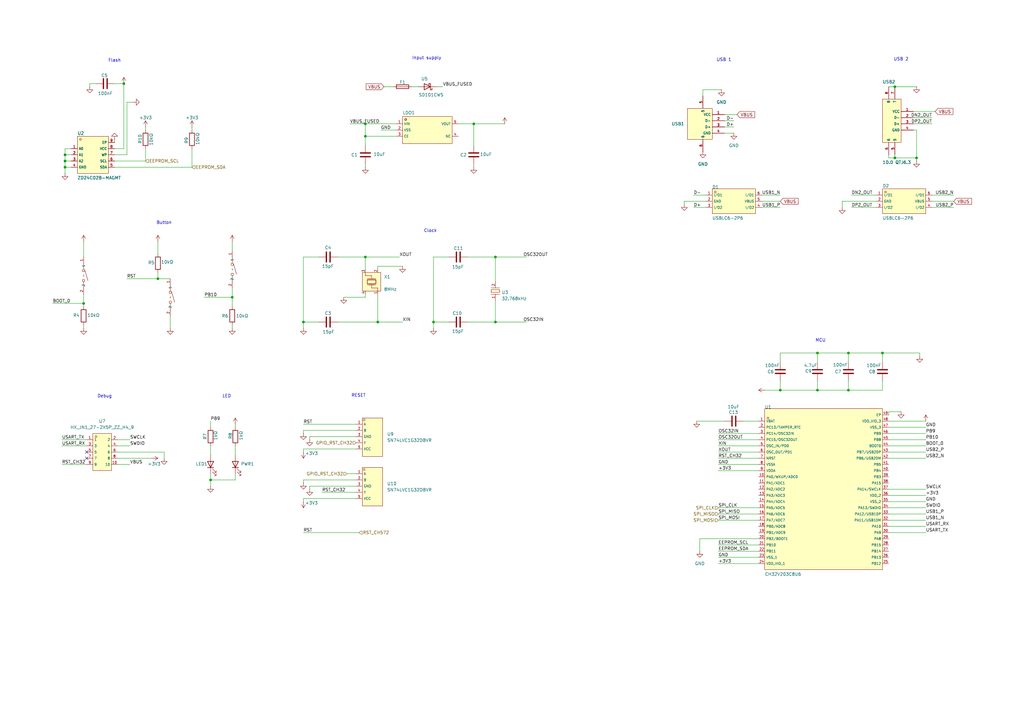
<source format=kicad_sch>
(kicad_sch (version 20250114) (generator "eeschema") (generator_version "9.0")
  (paper "A3")
  (text "RESET" (at 147.066 162.306 0) (effects (font (size 1.27 1.27))))
  (text "Debug" (at 42.926 162.56 0) (effects (font (size 1.27 1.27))))
  (text "Clock" (at 176.53 94.742 0) (effects (font (size 1.27 1.27))))
  (text "Button" (at 67.31 91.44 0) (effects (font (size 1.27 1.27))))
  (text "Flash" (at 46.99 24.892 0) (effects (font (size 1.27 1.27))))
  (text "Input supply" (at 175.006 23.876 0) (effects (font (size 1.27 1.27))))
  (text "USB 1" (at 296.926 24.638 0) (effects (font (size 1.27 1.27))))
  (text "USB 2" (at 369.57 24.384 0) (effects (font (size 1.27 1.27))))
  (text "LED" (at 92.964 162.56 0) (effects (font (size 1.27 1.27))))
  (text "MCU" (at 336.55 139.7 0) (effects (font (size 1.27 1.27))))
  (junction (at 367.03 64.77))
  (junction (at 149.86 105.41))
  (junction (at 154.94 132.08))
  (junction (at 320.04 160.02))
  (junction (at 335.28 144.78))
  (junction (at 177.8 132.08))
  (junction (at 347.98 144.78))
  (junction (at 149.86 50.8))
  (junction (at 375.92 64.77))
  (junction (at 335.28 160.02))
  (junction (at 124.46 132.08))
  (junction (at 194.31 50.8))
  (junction (at 26.67 63.5))
  (junction (at 203.2 132.08))
  (junction (at 149.86 55.88))
  (junction (at 26.67 68.58))
  (junction (at 95.25 121.92))
  (junction (at 26.67 66.04))
  (junction (at 367.03 35.56))
  (junction (at 361.95 144.78))
  (junction (at 64.77 114.3))
  (junction (at 50.8 34.29))
  (junction (at 86.36 196.85))
  (junction (at 203.2 105.41))
  (junction (at 347.98 160.02))
  (junction (at 34.29 124.46))
  (no_connect (at 35.56 185.42))
  (no_connect (at 35.56 187.96))
  (wire (pts (xy 364.49 172.72) (xy 379.73 172.72)))
  (wire (pts (xy 297.18 54.61) (xy 300.99 54.61)))
  (wire (pts (xy 149.86 105.41) (xy 163.83 105.41)))
  (wire (pts (xy 64.77 114.3) (xy 52.07 114.3)))
  (wire (pts (xy 311.15 180.34) (xy 294.64 180.34)))
  (wire (pts (xy 294.64 210.82) (xy 311.15 210.82)))
  (wire (pts (xy 320.04 85.09) (xy 312.42 85.09)))
  (wire (pts (xy 35.56 190.5) (xy 25.4 190.5)))
  (wire (pts (xy 78.74 52.07) (xy 78.74 53.34)))
  (wire (pts (xy 124.46 132.08) (xy 124.46 134.62)))
  (wire (pts (xy 52.07 41.91) (xy 52.07 63.5)))
  (wire (pts (xy 320.04 156.21) (xy 320.04 160.02)))
  (wire (pts (xy 375.92 64.77) (xy 367.03 64.77)))
  (wire (pts (xy 364.49 205.74) (xy 379.73 205.74)))
  (wire (pts (xy 69.85 129.54) (xy 69.85 134.62)))
  (wire (pts (xy 146.05 196.85) (xy 124.46 196.85)))
  (wire (pts (xy 361.95 156.21) (xy 361.95 160.02)))
  (wire (pts (xy 287.02 220.98) (xy 287.02 226.06)))
  (wire (pts (xy 64.77 111.76) (xy 64.77 114.3)))
  (wire (pts (xy 29.21 66.04) (xy 26.67 66.04)))
  (wire (pts (xy 361.95 144.78) (xy 361.95 148.59)))
  (wire (pts (xy 29.21 68.58) (xy 26.67 68.58)))
  (wire (pts (xy 64.77 99.06) (xy 64.77 104.14)))
  (wire (pts (xy 184.15 105.41) (xy 177.8 105.41)))
  (wire (pts (xy 53.34 180.34) (xy 48.26 180.34)))
  (wire (pts (xy 86.36 196.85) (xy 96.52 196.85)))
  (wire (pts (xy 124.46 105.41) (xy 124.46 132.08)))
  (wire (pts (xy 179.07 35.56) (xy 181.61 35.56)))
  (wire (pts (xy 345.44 82.55) (xy 359.41 82.55)))
  (wire (pts (xy 149.86 120.65) (xy 149.86 121.92)))
  (wire (pts (xy 297.18 46.99) (xy 302.26 46.99)))
  (wire (pts (xy 203.2 132.08) (xy 203.2 123.19)))
  (wire (pts (xy 86.36 182.88) (xy 86.36 186.69)))
  (wire (pts (xy 361.95 160.02) (xy 347.98 160.02)))
  (wire (pts (xy 285.75 172.72) (xy 297.18 172.72)))
  (wire (pts (xy 149.86 55.88) (xy 149.86 59.69)))
  (wire (pts (xy 62.23 187.96) (xy 48.26 187.96)))
  (wire (pts (xy 124.46 218.44) (xy 147.32 218.44)))
  (wire (pts (xy 297.18 49.53) (xy 300.99 49.53)))
  (wire (pts (xy 207.01 50.8) (xy 194.31 50.8)))
  (wire (pts (xy 95.25 134.62) (xy 95.25 133.35)))
  (wire (pts (xy 311.15 231.14) (xy 294.64 231.14)))
  (wire (pts (xy 345.44 85.09) (xy 345.44 82.55)))
  (wire (pts (xy 162.56 50.8) (xy 149.86 50.8)))
  (wire (pts (xy 364.49 213.36) (xy 379.73 213.36)))
  (wire (pts (xy 347.98 144.78) (xy 335.28 144.78)))
  (wire (pts (xy 320.04 82.55) (xy 312.42 82.55)))
  (wire (pts (xy 359.41 85.09) (xy 349.25 85.09)))
  (wire (pts (xy 311.15 177.8) (xy 294.64 177.8)))
  (wire (pts (xy 127 180.34) (xy 127 179.07)))
  (wire (pts (xy 36.83 34.29) (xy 39.37 34.29)))
  (wire (pts (xy 288.29 39.37) (xy 288.29 36.83)))
  (wire (pts (xy 34.29 99.06) (xy 34.29 105.41)))
  (wire (pts (xy 124.46 196.85) (xy 124.46 198.12)))
  (wire (pts (xy 375.92 53.34) (xy 375.92 64.77)))
  (wire (pts (xy 86.36 194.31) (xy 86.36 196.85)))
  (wire (pts (xy 149.86 105.41) (xy 138.43 105.41)))
  (wire (pts (xy 124.46 185.42) (xy 124.46 184.15)))
  (wire (pts (xy 203.2 132.08) (xy 215.9 132.08)))
  (wire (pts (xy 361.95 144.78) (xy 377.19 144.78)))
  (wire (pts (xy 124.46 184.15) (xy 146.05 184.15)))
  (wire (pts (xy 26.67 63.5) (xy 26.67 60.96)))
  (wire (pts (xy 69.85 114.3) (xy 64.77 114.3)))
  (wire (pts (xy 34.29 124.46) (xy 34.29 120.65)))
  (wire (pts (xy 157.48 35.56) (xy 161.29 35.56)))
  (wire (pts (xy 367.03 64.77) (xy 364.49 64.77)))
  (wire (pts (xy 294.64 213.36) (xy 311.15 213.36)))
  (wire (pts (xy 154.94 132.08) (xy 138.43 132.08)))
  (wire (pts (xy 382.27 50.8) (xy 374.65 50.8)))
  (wire (pts (xy 26.67 68.58) (xy 26.67 66.04)))
  (wire (pts (xy 311.15 220.98) (xy 287.02 220.98)))
  (wire (pts (xy 46.99 60.96) (xy 50.8 60.96)))
  (wire (pts (xy 149.86 67.31) (xy 149.86 68.58)))
  (wire (pts (xy 48.26 185.42) (xy 67.31 185.42)))
  (wire (pts (xy 96.52 194.31) (xy 96.52 196.85)))
  (wire (pts (xy 284.48 80.01) (xy 289.56 80.01)))
  (wire (pts (xy 320.04 80.01) (xy 312.42 80.01)))
  (wire (pts (xy 59.69 66.04) (xy 46.99 66.04)))
  (wire (pts (xy 379.73 200.66) (xy 364.49 200.66)))
  (wire (pts (xy 124.46 173.99) (xy 146.05 173.99)))
  (wire (pts (xy 46.99 34.29) (xy 50.8 34.29)))
  (wire (pts (xy 124.46 132.08) (xy 130.81 132.08)))
  (wire (pts (xy 149.86 55.88) (xy 149.86 50.8)))
  (wire (pts (xy 280.67 83.82) (xy 280.67 82.55)))
  (wire (pts (xy 124.46 176.53) (xy 146.05 176.53)))
  (wire (pts (xy 311.15 223.52) (xy 294.64 223.52)))
  (wire (pts (xy 203.2 105.41) (xy 215.9 105.41)))
  (wire (pts (xy 52.07 63.5) (xy 46.99 63.5)))
  (wire (pts (xy 347.98 160.02) (xy 335.28 160.02)))
  (wire (pts (xy 130.81 105.41) (xy 124.46 105.41)))
  (wire (pts (xy 177.8 132.08) (xy 177.8 134.62)))
  (wire (pts (xy 364.49 203.2) (xy 379.73 203.2)))
  (wire (pts (xy 382.27 80.01) (xy 391.16 80.01)))
  (wire (pts (xy 162.56 53.34) (xy 156.21 53.34)))
  (wire (pts (xy 382.27 82.55) (xy 391.16 82.55)))
  (wire (pts (xy 26.67 68.58) (xy 26.67 71.12)))
  (wire (pts (xy 203.2 105.41) (xy 191.77 105.41)))
  (wire (pts (xy 364.49 185.42) (xy 379.73 185.42)))
  (wire (pts (xy 184.15 132.08) (xy 177.8 132.08)))
  (wire (pts (xy 26.67 63.5) (xy 29.21 63.5)))
  (wire (pts (xy 187.96 50.8) (xy 194.31 50.8)))
  (wire (pts (xy 168.91 35.56) (xy 171.45 35.56)))
  (wire (pts (xy 382.27 85.09) (xy 391.16 85.09)))
  (wire (pts (xy 48.26 182.88) (xy 53.34 182.88)))
  (wire (pts (xy 383.54 45.72) (xy 374.65 45.72)))
  (wire (pts (xy 34.29 124.46) (xy 34.29 125.73)))
  (wire (pts (xy 95.25 102.87) (xy 95.25 99.06)))
  (wire (pts (xy 96.52 173.99) (xy 96.52 175.26)))
  (wire (pts (xy 311.15 187.96) (xy 294.64 187.96)))
  (wire (pts (xy 127 199.39) (xy 146.05 199.39)))
  (wire (pts (xy 165.1 109.22) (xy 154.94 109.22)))
  (wire (pts (xy 95.25 118.11) (xy 95.25 121.92)))
  (wire (pts (xy 177.8 105.41) (xy 177.8 132.08)))
  (wire (pts (xy 379.73 208.28) (xy 364.49 208.28)))
  (wire (pts (xy 154.94 132.08) (xy 165.1 132.08)))
  (wire (pts (xy 364.49 187.96) (xy 379.73 187.96)))
  (wire (pts (xy 367.03 35.56) (xy 375.92 35.56)))
  (wire (pts (xy 297.18 52.07) (xy 300.99 52.07)))
  (wire (pts (xy 34.29 124.46) (xy 21.59 124.46)))
  (wire (pts (xy 86.36 199.39) (xy 86.36 196.85)))
  (wire (pts (xy 203.2 105.41) (xy 203.2 115.57)))
  (wire (pts (xy 78.74 60.96) (xy 78.74 68.58)))
  (wire (pts (xy 311.15 193.04) (xy 294.64 193.04)))
  (wire (pts (xy 364.49 218.44) (xy 379.73 218.44)))
  (wire (pts (xy 35.56 180.34) (xy 25.4 180.34)))
  (wire (pts (xy 367.03 35.56) (xy 364.49 35.56)))
  (wire (pts (xy 194.31 50.8) (xy 194.31 59.69)))
  (wire (pts (xy 26.67 60.96) (xy 29.21 60.96)))
  (wire (pts (xy 364.49 64.77) (xy 364.49 63.5)))
  (wire (pts (xy 124.46 204.47) (xy 146.05 204.47)))
  (wire (pts (xy 124.46 205.74) (xy 124.46 204.47)))
  (wire (pts (xy 59.69 52.07) (xy 59.69 53.34)))
  (wire (pts (xy 194.31 67.31) (xy 194.31 68.58)))
  (wire (pts (xy 86.36 172.72) (xy 86.36 175.26)))
  (wire (pts (xy 364.49 215.9) (xy 379.73 215.9)))
  (wire (pts (xy 54.61 41.91) (xy 52.07 41.91)))
  (wire (pts (xy 95.25 121.92) (xy 95.25 125.73)))
  (wire (pts (xy 311.15 190.5) (xy 294.64 190.5)))
  (wire (pts (xy 335.28 156.21) (xy 335.28 160.02)))
  (wire (pts (xy 46.99 68.58) (xy 78.74 68.58)))
  (wire (pts (xy 95.25 121.92) (xy 83.82 121.92)))
  (wire (pts (xy 149.86 121.92) (xy 140.97 121.92)))
  (wire (pts (xy 46.99 58.42) (xy 46.99 57.15)))
  (wire (pts (xy 361.95 144.78) (xy 347.98 144.78)))
  (wire (pts (xy 294.64 208.28) (xy 311.15 208.28)))
  (wire (pts (xy 162.56 55.88) (xy 149.86 55.88)))
  (wire (pts (xy 294.64 182.88) (xy 311.15 182.88)))
  (wire (pts (xy 304.8 172.72) (xy 311.15 172.72)))
  (wire (pts (xy 364.49 175.26) (xy 379.73 175.26)))
  (wire (pts (xy 347.98 144.78) (xy 347.98 148.59)))
  (wire (pts (xy 364.49 177.8) (xy 379.73 177.8)))
  (wire (pts (xy 375.92 66.04) (xy 375.92 64.77)))
  (wire (pts (xy 48.26 190.5) (xy 53.34 190.5)))
  (wire (pts (xy 149.86 105.41) (xy 149.86 110.49)))
  (wire (pts (xy 36.83 34.29) (xy 36.83 35.56)))
  (wire (pts (xy 284.48 85.09) (xy 289.56 85.09)))
  (wire (pts (xy 364.49 180.34) (xy 379.73 180.34)))
  (wire (pts (xy 280.67 82.55) (xy 289.56 82.55)))
  (wire (pts (xy 320.04 160.02) (xy 335.28 160.02)))
  (wire (pts (xy 335.28 148.59) (xy 335.28 144.78)))
  (wire (pts (xy 132.08 201.93) (xy 146.05 201.93)))
  (wire (pts (xy 367.03 63.5) (xy 367.03 64.77)))
  (wire (pts (xy 127 179.07) (xy 146.05 179.07)))
  (wire (pts (xy 34.29 133.35) (xy 34.29 134.62)))
  (wire (pts (xy 96.52 182.88) (xy 96.52 186.69)))
  (wire (pts (xy 35.56 182.88) (xy 25.4 182.88)))
  (wire (pts (xy 364.49 168.91) (xy 364.49 170.18)))
  (wire (pts (xy 382.27 48.26) (xy 374.65 48.26)))
  (wire (pts (xy 379.73 182.88) (xy 364.49 182.88)))
  (wire (pts (xy 67.31 185.42) (xy 67.31 187.96)))
  (wire (pts (xy 320.04 144.78) (xy 320.04 148.59)))
  (wire (pts (xy 154.94 109.22) (xy 154.94 110.49)))
  (wire (pts (xy 347.98 156.21) (xy 347.98 160.02)))
  (wire (pts (xy 311.15 226.06) (xy 294.64 226.06)))
  (wire (pts (xy 149.86 50.8) (xy 143.51 50.8)))
  (wire (pts (xy 369.57 168.91) (xy 364.49 168.91)))
  (wire (pts (xy 26.67 66.04) (xy 26.67 63.5)))
  (wire (pts (xy 364.49 210.82) (xy 379.73 210.82)))
  (wire (pts (xy 377.19 144.78) (xy 377.19 146.05)))
  (wire (pts (xy 288.29 36.83) (xy 295.91 36.83)))
  (wire (pts (xy 311.15 228.6) (xy 294.64 228.6)))
  (wire (pts (xy 320.04 160.02) (xy 313.69 160.02)))
  (wire (pts (xy 294.64 185.42) (xy 311.15 185.42)))
  (wire (pts (xy 142.24 194.31) (xy 146.05 194.31)))
  (wire (pts (xy 320.04 144.78) (xy 335.28 144.78)))
  (wire (pts (xy 50.8 60.96) (xy 50.8 34.29)))
  (wire (pts (xy 374.65 53.34) (xy 375.92 53.34)))
  (wire (pts (xy 59.69 60.96) (xy 59.69 66.04)))
  (wire (pts (xy 124.46 176.53) (xy 124.46 177.8)))
  (wire (pts (xy 359.41 80.01) (xy 349.25 80.01)))
  (wire (pts (xy 127 200.66) (xy 127 199.39)))
  (wire (pts (xy 191.77 132.08) (xy 203.2 132.08)))
  (wire (pts (xy 154.94 120.65) (xy 154.94 132.08)))
  (label "DP2_OUT" (at 349.25 85.09 0))
  (label "DN2_OUT" (at 382.27 48.26 180))
  (label "BOOT_0" (at 379.73 182.88 0))
  (label "USB1_N" (at 320.04 80.01 180))
  (label "VBUS_FUSED" (at 181.61 35.56 0))
  (label "D-" (at 284.48 80.01 0))
  (label "SWDIO" (at 53.34 182.88 0))
  (label "USB2_N" (at 391.16 80.01 180))
  (label "XIN" (at 165.1 132.08 0))
  (label "USB1_P" (at 320.04 85.09 180))
  (label "USART_RX" (at 25.4 182.88 0))
  (label "+3V3" (at 294.64 193.04 0))
  (label "EEPROM_SDA" (at 294.64 226.06 0))
  (label "GND" (at 156.21 53.34 0))
  (label "OSC32IN" (at 294.64 177.8 0))
  (label "XIN" (at 294.64 182.88 0))
  (label "D-" (at 300.99 49.53 180))
  (label "XOUT" (at 163.83 105.41 0))
  (label "OSC32OUT" (at 294.64 180.34 0))
  (label "+3V3" (at 294.64 231.14 0))
  (label "USB1_N" (at 379.73 213.36 0))
  (label "RST_CH32" (at 132.08 201.93 0))
  (label "USB2_N" (at 379.73 187.96 0))
  (label "VBUS_FUSED" (at 143.51 50.8 0))
  (label "RST_CH32" (at 294.64 187.96 0))
  (label "SWDIO" (at 379.73 208.28 0))
  (label "RST" (at 124.46 173.99 0))
  (label "GND" (at 379.73 175.26 0))
  (label "USART_TX" (at 379.73 218.44 0))
  (label "XOUT" (at 294.64 185.42 0))
  (label "GND" (at 294.64 228.6 0))
  (label "GND" (at 379.73 205.74 0))
  (label "SPI_MISO" (at 294.64 210.82 0))
  (label "DP2_OUT" (at 382.27 50.8 180))
  (label "PB10" (at 83.82 121.92 0))
  (label "USART_TX" (at 25.4 180.34 0))
  (label "SPI_CLK" (at 294.64 208.28 0))
  (label "SWCLK" (at 53.34 180.34 0))
  (label "PB9" (at 86.36 172.72 0))
  (label "USB1_P" (at 379.73 210.82 0))
  (label "SWCLK" (at 379.73 200.66 0))
  (label "RST_CH32" (at 25.4 190.5 0))
  (label "BOOT_0" (at 21.59 124.46 0))
  (label "USB2_P" (at 379.73 185.42 0))
  (label "RST" (at 52.07 114.3 0))
  (label "USART_RX" (at 379.73 215.9 0))
  (label "EEPROM_SCL" (at 294.64 223.52 0))
  (label "RST" (at 124.46 218.44 0))
  (label "USB2_P" (at 391.16 85.09 180))
  (label "+3V3" (at 379.73 203.2 0))
  (label "OSC32IN" (at 214.63 132.08 0))
  (label "SPI_MOSI" (at 294.64 213.36 0))
  (label "OSC32OUT" (at 214.63 105.41 0))
  (label "DN2_OUT" (at 349.25 80.01 0))
  (label "VBUS" (at 53.34 190.5 0))
  (label "PB10" (at 379.73 180.34 0))
  (label "D+" (at 300.99 52.07 180))
  (label "PB9" (at 379.73 177.8 0))
  (label "GND" (at 294.64 190.5 0))
  (label "D+" (at 284.48 85.09 0))
  (global_label "VBUS" (shape input) (at 320.04 82.55 0) (property "Intersheetrefs" "${INTERSHEET_REFS}" (at 327.9238 82.55 0) (effects (justify left))))
  (global_label "VBUS" (shape input) (at 391.16 82.55 0) (property "Intersheetrefs" "${INTERSHEET_REFS}" (at 399.0438 82.55 0) (effects (justify left))))
  (global_label "VBUS" (shape input) (at 383.54 45.72 0) (property "Intersheetrefs" "${INTERSHEET_REFS}" (at 391.4238 45.72 0) (effects (justify left))))
  (global_label "VBUS" (shape input) (at 157.48 35.56 180) (property "Intersheetrefs" "${INTERSHEET_REFS}" (at 149.5962 35.56 0) (effects (justify right))))
  (global_label "VBUS" (shape input) (at 302.26 46.99 0) (property "Intersheetrefs" "${INTERSHEET_REFS}" (at 310.1438 46.99 0) (effects (justify left))))
  (hierarchical_label "SPI_MISO" (shape input) (at 294.64 210.82 180))
  (hierarchical_label "EEPROM_SDA" (shape input) (at 78.74 68.58 0))
  (hierarchical_label "GPIO_RST_CH32" (shape input) (at 146.05 181.61 180))
  (hierarchical_label "SPI_CLK" (shape input) (at 294.64 208.28 180))
  (hierarchical_label "EEPROM_SCL" (shape input) (at 59.69 66.04 0))
  (hierarchical_label "RST_CH572" (shape input) (at 147.32 218.44 0))
  (hierarchical_label "SPI_MOSI" (shape input) (at 294.64 213.36 180))
  (hierarchical_label "GPIO_RST_CH32" (shape input) (at 142.24 194.31 180))
  (symbol (lib_id "usb_sp:CH32V203C8U6") (at 337.82 200.66 0) (unit 1)
    (property "Reference" "U1" (at 313.69 167.64 0) (effects (justify left bottom)))
    (property "Value" "CH32V203C8U6" (at 313.69 236.22 0) (effects (justify left bottom)))
    (property "Footprint" "usb_sp_fp:TQFN-48_L7.0-W7.0-P0.50-BL-EP5.5" (effects (hide yes)))
    (property "Datasheet" "https://atta.szlcsc.com/upload/public/pdf/source/20210605/5E8540DA0FC676659F8EF463E0E7ACAA.pdf" (effects (hide yes)))
    (property "Manufacturer Part" "CH32V203C8U6" (effects (hide yes)))
    (property "Manufacturer" "WCH(南京沁恒)" (effects (hide yes)))
    (property "Supplier Part" "C6407762" (effects (hide yes)))
    (property "Supplier" "LCSC" (effects (hide yes)))
    (property "LCSC Part Name" "CH32V203C8U6" (effects (hide yes)))
    (property "Check" "true" (effects (hide yes)))
    (property "LCSC" "C6407762" (effects (hide yes)))
  )
  (symbol (lib_id "usb_sp:SN74LVC1G32DBVR") (at 151.13 179.07 0) (unit 1)
    (property "Reference" "U9" (at 158.75 178.0539 0) (effects (justify left)))
    (property "Value" "SN74LVC1G32DBVR" (at 158.75 180.5939 0) (effects (justify left)))
    (property "Footprint" "usb_sp_fp:SOT-23-5_L3.0-W1.7-P0.95-LS2.8-BR" (effects (hide yes)))
    (property "Datasheet" "https://item.szlcsc.com/236104.html" (effects (hide yes)))
    (property "LCSC" "C10096" (effects (hide yes)))
  )
  (symbol (lib_id "Device:R") (at 78.74 57.15 0) (unit 1)
    (property "Reference" "R9" (at 77.216 58.928 90) (effects (justify left bottom)))
    (property "Value" "10kΩ" (at 81.788 59.436 90) (effects (justify left bottom)))
    (property "Footprint" "Resistor_SMD:R_0603_1608Metric" (effects (hide yes)))
    (property "Description" "Resistor" (effects (hide yes)))
    (property "Manufacturer Part" "RC0603JR-0710KL" (effects (hide yes)))
    (property "Manufacturer" "YAGEO(国巨)" (effects (hide yes)))
    (property "Supplier Part" "C99198" (effects (hide yes)))
    (property "Supplier" "LCSC" (effects (hide yes)))
    (property "LCSC Part Name" "厚膜电阻 10kΩ ±5% 100mW" (effects (hide yes)))
  )
  (symbol (lib_id "Device:R") (at 96.52 179.07 180) (unit 1)
    (property "Reference" "R8" (at 95.25 180.086 90) (effects (justify right top)))
    (property "Value" "1kΩ" (at 99.568 180.594 90) (effects (justify right top)))
    (property "Footprint" "Resistor_SMD:R_0402_1005Metric" (effects (hide yes)))
    (property "Description" "Resistor" (effects (hide yes)))
    (property "Manufacturer Part" "0402WGF1001TCE" (effects (hide yes)))
    (property "Manufacturer" "UNI-ROYAL(厚声)" (effects (hide yes)))
    (property "Supplier Part" "C11702" (effects (hide yes)))
    (property "Supplier" "LCSC" (effects (hide yes)))
    (property "LCSC Part Name" "1kΩ ±1% 62.5mW 厚膜电阻" (effects (hide yes)))
  )
  (symbol (lib_id "usb_sp:TS-1088-AR02016") (at 34.29 113.03 270) (unit 1)
    (property "Reference" "BOOT_0" (effects (hide yes)))
    (property "Value" "~" (at 34.29 113.03 0))
    (property "Footprint" "usb_sp_fp:SW-SMD_L3.9-W3.0-P4.45" (effects (hide yes)))
    (property "Datasheet" "https://item.szlcsc.com/457636.html" (effects (hide yes)))
    (property "Description" "Circuit:SPST Actuator Style:Round Button Operating Force:160gf Mounting Style:Brick nogging Switch Length:4mm Switch Width:3mm Switch Height:2mm Strike Gundam:不带 Contact Current:50mA Voltage Rating (DC):12V Insulation Resistance:100MΩ Actuator/Cap Color:B" (effects (hide yes)))
    (property "Manufacturer Part" "TS-1088-AR02016" (effects (hide yes)))
    (property "Manufacturer" "XUNPU(讯普)" (effects (hide yes)))
    (property "Supplier Part" "C720477" (effects (hide yes)))
    (property "Supplier" "LCSC" (effects (hide yes)))
    (property "LCSC Part Name" "4*3*2mm 立贴 轻触开关" (effects (hide yes)))
    (property "LCSC" "C720477" (effects (hide yes)))
  )
  (symbol (lib_id "power:GND") (at 165.1 109.22 0) (unit 1)
    (property "Reference" "#PWR023" (effects (hide yes)))
    (property "Value" "GND" (effects (hide yes)))
    (property "Footprint" "USB Spoofe-easyedapro:" (effects (hide yes)))
    (property "Description" "Power symbol creates a global label with name \"GND\" , ground" (effects (hide yes)))
  )
  (symbol (lib_id "usb_sp:TS-1088-AR02016") (at 95.25 110.49 270) (unit 1)
    (property "Reference" "USER1" (effects (hide yes)))
    (property "Value" "~" (at 95.25 110.49 0))
    (property "Footprint" "usb_sp_fp:SW-SMD_L3.9-W3.0-P4.45" (effects (hide yes)))
    (property "Datasheet" "https://item.szlcsc.com/457636.html" (effects (hide yes)))
    (property "Description" "Circuit:SPST Actuator Style:Round Button Operating Force:160gf Mounting Style:Brick nogging Switch Length:4mm Switch Width:3mm Switch Height:2mm Strike Gundam:不带 Contact Current:50mA Voltage Rating (DC):12V Insulation Resistance:100MΩ Actuator/Cap Color:B" (effects (hide yes)))
    (property "Manufacturer Part" "TS-1088-AR02016" (effects (hide yes)))
    (property "Manufacturer" "XUNPU(讯普)" (effects (hide yes)))
    (property "Supplier Part" "C720477" (effects (hide yes)))
    (property "Supplier" "LCSC" (effects (hide yes)))
    (property "LCSC Part Name" "4*3*2mm 立贴 轻触开关" (effects (hide yes)))
    (property "LCSC" "C720477" (effects (hide yes)))
  )
  (symbol (lib_id "power:+3V3") (at 124.46 205.74 180) (unit 1)
    (property "Reference" "#PWR044" (effects (hide yes)))
    (property "Value" "+3V3" (at 127.762 206.248 0))
    (property "Description" "Power symbol creates a global label with name \"+3V3\"" (effects (hide yes)))
  )
  (symbol (lib_id "power:GND") (at 86.36 199.39 0) (unit 1)
    (property "Reference" "#PWR013" (effects (hide yes)))
    (property "Value" "GND" (effects (hide yes)))
    (property "Footprint" "USB Spoofe-easyedapro:" (effects (hide yes)))
    (property "Description" "Power symbol creates a global label with name \"GND\" , ground" (effects (hide yes)))
  )
  (symbol (lib_id "power:GND") (at 124.46 177.8 0) (unit 1)
    (property "Reference" "#PWR046" (effects (hide yes)))
    (property "Value" "GND" (effects (hide yes)))
    (property "Footprint" "USB Spoofe-easyedapro:" (effects (hide yes)))
    (property "Description" "Power symbol creates a global label with name \"GND\" , ground" (effects (hide yes)))
  )
  (symbol (lib_id "Device:C") (at 134.62 105.41 270) (unit 1)
    (property "Reference" "C4" (at 135.89 100.838 90) (effects (justify right top)))
    (property "Value" "15pF" (at 136.906 108.458 90) (effects (justify right top)))
    (property "Footprint" "Capacitor_SMD:C_0402_1005Metric" (effects (hide yes)))
    (property "Description" "Unpolarized capacitor" (effects (hide yes)))
    (property "Manufacturer Part" "0402CG150J500NT" (effects (hide yes)))
    (property "Manufacturer" "FH(风华)" (effects (hide yes)))
    (property "Supplier Part" "C1548" (effects (hide yes)))
    (property "Supplier" "LCSC" (effects (hide yes)))
    (property "LCSC Part Name" "15pF ±5% 50V" (effects (hide yes)))
  )
  (symbol (lib_id "power:+3V3") (at 59.69 52.07 0) (unit 1)
    (property "Reference" "#PWR08" (effects (hide yes)))
    (property "Value" "+3V3" (at 59.69 48.26 0))
    (property "Footprint" "USB Spoofe-easyedapro:" (effects (hide yes)))
    (property "Description" "Power symbol creates a global label with name \"+3V3\"" (effects (hide yes)))
  )
  (symbol (lib_id "power:GND") (at 54.61 41.91 90) (unit 1)
    (property "Reference" "#PWR07" (effects (hide yes)))
    (property "Value" "GND" (effects (hide yes)))
    (property "Footprint" "USB Spoofe-easyedapro:" (effects (hide yes)))
    (property "Description" "Power symbol creates a global label with name \"GND\" , ground" (effects (hide yes)))
  )
  (symbol (lib_id "power:+3V3") (at 78.74 52.07 0) (unit 1)
    (property "Reference" "#PWR012" (effects (hide yes)))
    (property "Value" "+3V3" (at 78.74 48.26 0))
    (property "Footprint" "USB Spoofe-easyedapro:" (effects (hide yes)))
    (property "Description" "Power symbol creates a global label with name \"+3V3\"" (effects (hide yes)))
  )
  (symbol (lib_id "power:+3V3") (at 62.23 187.96 270) (unit 1)
    (property "Reference" "#PWR041" (effects (hide yes)))
    (property "Value" "+3V3" (at 63.246 190.246 90))
    (property "Description" "Power symbol creates a global label with name \"+3V3\"" (effects (hide yes)))
  )
  (symbol (lib_id "power:+3V3") (at 379.73 172.72 0) (unit 1)
    (property "Reference" "#PWR0129" (effects (hide yes)))
    (property "Value" "+3V3" (effects (hide yes)))
    (property "Footprint" "USB Spoofe-easyedapro:" (effects (hide yes)))
    (property "Description" "Power symbol creates a global label with name \"+3V3\"" (effects (hide yes)))
  )
  (symbol (lib_id "power:GND") (at 127 200.66 0) (unit 1)
    (property "Reference" "#PWR045" (effects (hide yes)))
    (property "Value" "GND" (effects (hide yes)))
    (property "Footprint" "USB Spoofe-easyedapro:" (effects (hide yes)))
    (property "Description" "Power symbol creates a global label with name \"GND\" , ground" (effects (hide yes)))
  )
  (symbol (lib_id "power:GND") (at 300.99 54.61 0) (unit 1)
    (property "Reference" "#PWR029" (effects (hide yes)))
    (property "Value" "GND" (at 300.99 59.69 0))
    (property "Description" "Power symbol creates a global label with name \"GND\" , ground" (effects (hide yes)))
  )
  (symbol (lib_id "power:+3V3") (at 96.52 173.99 0) (unit 1)
    (property "Reference" "#PWR016" (effects (hide yes)))
    (property "Value" "+3V3" (effects (hide yes)))
    (property "Footprint" "USB Spoofe-easyedapro:" (effects (hide yes)))
    (property "Description" "Power symbol creates a global label with name \"+3V3\"" (effects (hide yes)))
  )
  (symbol (lib_id "usb_sp:USBLC6-2P6_C2827693") (at 370.84 82.55 0) (unit 1)
    (property "Reference" "D2" (at 361.95 76.962 0) (effects (justify left bottom)))
    (property "Value" "USBLC6-2P6" (at 361.95 90.17 0) (effects (justify left bottom)))
    (property "Footprint" "usb_sp_fp:SOT-666-6_L1.6-W1.2-P0.50-LS1.6-BL" (effects (hide yes)))
    (property "Datasheet" "https://item.szlcsc.com/161500.html" (effects (hide yes)))
    (property "Description" "polarity:Unidirectional Reverse Stand-Off Voltage (Vrwm):5V Maximum Clamping Voltage:14V Peak Pulse Current (Ipp):5.5A Peak Pulse Power Dissipation (Ppp):80W Breakdown Voltage:6V Reverse Leakage Current (Ir):80nA Number of Lines:Dual channel Operating Tem" (effects (hide yes)))
    (property "Manufacturer Part" "USBLC6-2P6" (effects (hide yes)))
    (property "Manufacturer" "TECH PUBLIC(台舟)" (effects (hide yes)))
    (property "Supplier Part" "C2827693" (effects (hide yes)))
    (property "Supplier" "LCSC" (effects (hide yes)))
    (property "LCSC Part Name" "MSL=3" (effects (hide yes)))
    (property "LCSC" "C2827693" (effects (hide yes)))
  )
  (symbol (lib_id "Device:R") (at 86.36 179.07 180) (unit 1)
    (property "Reference" "R7" (at 84.836 180.34 90) (effects (justify right top)))
    (property "Value" "1kΩ" (at 89.154 180.594 90) (effects (justify right top)))
    (property "Footprint" "Resistor_SMD:R_0402_1005Metric" (effects (hide yes)))
    (property "Description" "Resistor" (effects (hide yes)))
    (property "Manufacturer Part" "0402WGF1001TCE" (effects (hide yes)))
    (property "Manufacturer" "UNI-ROYAL(厚声)" (effects (hide yes)))
    (property "Supplier Part" "C11702" (effects (hide yes)))
    (property "Supplier" "LCSC" (effects (hide yes)))
    (property "LCSC Part Name" "1kΩ ±1% 62.5mW 厚膜电阻" (effects (hide yes)))
  )
  (symbol (lib_id "Device:C") (at 187.96 105.41 270) (unit 1)
    (property "Reference" "C11" (at 189.992 101.092 90) (effects (justify right top)))
    (property "Value" "15pF" (at 190.246 108.712 90) (effects (justify right top)))
    (property "Footprint" "Capacitor_SMD:C_0402_1005Metric" (effects (hide yes)))
    (property "Description" "Unpolarized capacitor" (effects (hide yes)))
    (property "Manufacturer Part" "0402CG150J500NT" (effects (hide yes)))
    (property "Manufacturer" "FH(风华)" (effects (hide yes)))
    (property "Supplier Part" "C1548" (effects (hide yes)))
    (property "Supplier" "LCSC" (effects (hide yes)))
    (property "LCSC Part Name" "15pF ±5% 50V" (effects (hide yes)))
  )
  (symbol (lib_id "power:GND") (at 34.29 134.62 0) (unit 1)
    (property "Reference" "#PWR03" (effects (hide yes)))
    (property "Value" "GND" (effects (hide yes)))
    (property "Footprint" "USB Spoofe-easyedapro:" (effects (hide yes)))
    (property "Description" "Power symbol creates a global label with name \"GND\" , ground" (effects (hide yes)))
  )
  (symbol (lib_id "power:GND") (at 377.19 146.05 0) (unit 1)
    (property "Reference" "#PWR0132" (effects (hide yes)))
    (property "Value" "GND" (effects (hide yes)))
    (property "Footprint" "USB Spoofe-easyedapro:" (effects (hide yes)))
    (property "Description" "Power symbol creates a global label with name \"GND\" , ground" (effects (hide yes)))
  )
  (symbol (lib_id "power:+3V3") (at 95.25 99.06 0) (unit 1)
    (property "Reference" "#PWR014" (effects (hide yes)))
    (property "Value" "+3V3" (effects (hide yes)))
    (property "Footprint" "USB Spoofe-easyedapro:" (effects (hide yes)))
    (property "Description" "Power symbol creates a global label with name \"+3V3\"" (effects (hide yes)))
  )
  (symbol (lib_id "power:+3V3") (at 124.46 185.42 180) (unit 1)
    (property "Reference" "#PWR042" (effects (hide yes)))
    (property "Value" "+3V3" (at 127.762 185.928 0))
    (property "Description" "Power symbol creates a global label with name \"+3V3\"" (effects (hide yes)))
  )
  (symbol (lib_id "power:GND") (at 375.92 66.04 0) (unit 1)
    (property "Reference" "#PWR0136" (effects (hide yes)))
    (property "Value" "GND" (effects (hide yes)))
    (property "Footprint" "USB Spoofe-easyedapro:" (effects (hide yes)))
    (property "Description" "Power symbol creates a global label with name \"GND\" , ground" (effects (hide yes)))
  )
  (symbol (lib_id "power:GND") (at 280.67 83.82 0) (unit 1)
    (property "Reference" "#PWR024" (effects (hide yes)))
    (property "Value" "GND" (effects (hide yes)))
    (property "Footprint" "USB Spoofe-easyedapro:" (effects (hide yes)))
    (property "Description" "Power symbol creates a global label with name \"GND\" , ground" (effects (hide yes)))
  )
  (symbol (lib_id "power:GND") (at 67.31 187.96 0) (unit 1)
    (property "Reference" "#PWR010" (effects (hide yes)))
    (property "Value" "GND" (effects (hide yes)))
    (property "Footprint" "USB Spoofe-easyedapro:" (effects (hide yes)))
    (property "Description" "Power symbol creates a global label with name \"GND\" , ground" (effects (hide yes)))
  )
  (symbol (lib_id "Device:R") (at 95.25 129.54 180) (unit 1)
    (property "Reference" "R6" (at 90.932 130.302 0) (effects (justify right top)))
    (property "Value" "10kΩ" (at 96.774 130.302 0) (effects (justify right top)))
    (property "Footprint" "Resistor_SMD:R_0603_1608Metric" (effects (hide yes)))
    (property "Description" "Resistor" (effects (hide yes)))
    (property "Manufacturer Part" "RC0603JR-0710KL" (effects (hide yes)))
    (property "Manufacturer" "YAGEO(国巨)" (effects (hide yes)))
    (property "Supplier Part" "C99198" (effects (hide yes)))
    (property "Supplier" "LCSC" (effects (hide yes)))
    (property "LCSC Part Name" "厚膜电阻 10kΩ ±5% 100mW" (effects (hide yes)))
  )
  (symbol (lib_id "power:GND") (at 124.46 134.62 0) (unit 1)
    (property "Reference" "#PWR018" (effects (hide yes)))
    (property "Value" "GND" (effects (hide yes)))
    (property "Footprint" "USB Spoofe-easyedapro:" (effects (hide yes)))
    (property "Description" "Power symbol creates a global label with name \"GND\" , ground" (effects (hide yes)))
  )
  (symbol (lib_id "Device:C") (at 187.96 132.08 90) (unit 1)
    (property "Reference" "C10" (at 189.484 127.762 90) (effects (justify left bottom)))
    (property "Value" "15pF" (at 190.246 135.128 90) (effects (justify left bottom)))
    (property "Footprint" "Capacitor_SMD:C_0402_1005Metric" (effects (hide yes)))
    (property "Description" "Unpolarized capacitor" (effects (hide yes)))
    (property "Manufacturer Part" "0402CG150J500NT" (effects (hide yes)))
    (property "Manufacturer" "FH(风华)" (effects (hide yes)))
    (property "Supplier Part" "C1548" (effects (hide yes)))
    (property "Supplier" "LCSC" (effects (hide yes)))
    (property "LCSC Part Name" "15pF ±5% 50V" (effects (hide yes)))
  )
  (symbol (lib_id "Device:D_Schottky") (at 175.26 35.56 180) (unit 1)
    (property "Reference" "U5" (at 172.72 33.02 0) (effects (justify right top)))
    (property "Value" "SD101CWS" (at 171.704 39.624 0) (effects (justify right top)))
    (property "Footprint" "Diode_SMD:D_SOD-323" (effects (hide yes)))
    (property "Description" "Schottky diode" (effects (hide yes)))
    (property "Manufacturer Part" "SD101CWS" (effects (hide yes)))
    (property "Manufacturer" "CJ(江苏长电/长晶)" (effects (hide yes)))
    (property "Supplier Part" "C77355" (effects (hide yes)))
    (property "Supplier" "LCSC" (effects (hide yes)))
    (property "LCSC Part Name" "SD101CWS" (effects (hide yes)))
  )
  (symbol (lib_id "power:GND") (at 69.85 134.62 0) (unit 1)
    (property "Reference" "#PWR011" (effects (hide yes)))
    (property "Value" "GND" (effects (hide yes)))
    (property "Footprint" "USB Spoofe-easyedapro:" (effects (hide yes)))
    (property "Description" "Power symbol creates a global label with name \"GND\" , ground" (effects (hide yes)))
  )
  (symbol (lib_id "power:GND") (at 36.83 35.56 0) (unit 1)
    (property "Reference" "#PWR04" (effects (hide yes)))
    (property "Value" "GND" (effects (hide yes)))
    (property "Footprint" "USB Spoofe-easyedapro:" (effects (hide yes)))
    (property "Description" "Power symbol creates a global label with name \"GND\" , ground" (effects (hide yes)))
  )
  (symbol (lib_id "Device:R") (at 34.29 129.54 180) (unit 1)
    (property "Reference" "R4" (at 29.972 130.048 0) (effects (justify right top)))
    (property "Value" "10kΩ" (at 35.814 130.048 0) (effects (justify right top)))
    (property "Footprint" "Resistor_SMD:R_0603_1608Metric" (effects (hide yes)))
    (property "Description" "Resistor" (effects (hide yes)))
    (property "Manufacturer Part" "RC0603JR-0710KL" (effects (hide yes)))
    (property "Manufacturer" "YAGEO(国巨)" (effects (hide yes)))
    (property "Supplier Part" "C99198" (effects (hide yes)))
    (property "Supplier" "LCSC" (effects (hide yes)))
    (property "LCSC Part Name" "厚膜电阻 10kΩ ±5% 100mW" (effects (hide yes)))
  )
  (symbol (lib_id "Device:C") (at 347.98 152.4 180) (unit 1)
    (property "Reference" "C7" (at 342.392 153.162 0) (effects (justify right top)))
    (property "Value" "100nF" (at 341.63 150.368 0) (effects (justify right top)))
    (property "Footprint" "Capacitor_SMD:C_0603_1608Metric" (effects (hide yes)))
    (property "Description" "Unpolarized capacitor" (effects (hide yes)))
    (property "Manufacturer Part" "CGA0603X7R104K500JT" (effects (hide yes)))
    (property "Manufacturer" "HRE(芯声)" (effects (hide yes)))
    (property "Supplier Part" "C6119867" (effects (hide yes)))
    (property "Supplier" "LCSC" (effects (hide yes)))
    (property "LCSC Part Name" "100nF ±10% 50V" (effects (hide yes)))
  )
  (symbol (lib_id "Device:C") (at 134.62 132.08 90) (unit 1)
    (property "Reference" "C3" (at 135.89 127.762 90) (effects (justify left bottom)))
    (property "Value" "15pF" (at 137.16 135.382 90) (effects (justify left bottom)))
    (property "Footprint" "Capacitor_SMD:C_0402_1005Metric" (effects (hide yes)))
    (property "Description" "Unpolarized capacitor" (effects (hide yes)))
    (property "Manufacturer Part" "0402CG150J500NT" (effects (hide yes)))
    (property "Manufacturer" "FH(风华)" (effects (hide yes)))
    (property "Supplier Part" "C1548" (effects (hide yes)))
    (property "Supplier" "LCSC" (effects (hide yes)))
    (property "LCSC Part Name" "15pF ±5% 50V" (effects (hide yes)))
  )
  (symbol (lib_id "usb_sp:HX_JN1_27-2X5P_ZZ_H4_9") (at 41.91 185.42 0) (unit 1)
    (property "Reference" "U7" (at 41.91 172.72 0))
    (property "Value" "HX_JN1_27-2X5P_ZZ_H4_9" (at 41.91 175.26 0))
    (property "Footprint" "usb_sp_fp:CONN-TH_10P-P1.27_HX-JN1.27-2X5P-ZZ-H4.9" (effects (hide yes)))
    (property "Datasheet" "https://atta.szlcsc.com/upload/public/pdf/source/20241030/2C669A908802DD8CE42C1EA78563A219.pdf" (effects (hide yes)))
    (property "LCSC" "C42372547" (effects (hide yes)))
  )
  (symbol (lib_id "Device:R") (at 59.69 57.15 0) (unit 1)
    (property "Reference" "R10" (at 58.166 58.928 90) (effects (justify left bottom)))
    (property "Value" "10kΩ" (at 62.738 59.69 90) (effects (justify left bottom)))
    (property "Footprint" "Resistor_SMD:R_0603_1608Metric" (effects (hide yes)))
    (property "Description" "Resistor" (effects (hide yes)))
    (property "Manufacturer Part" "RC0603JR-0710KL" (effects (hide yes)))
    (property "Manufacturer" "YAGEO(国巨)" (effects (hide yes)))
    (property "Supplier Part" "C99198" (effects (hide yes)))
    (property "Supplier" "LCSC" (effects (hide yes)))
    (property "LCSC Part Name" "厚膜电阻 10kΩ ±5% 100mW" (effects (hide yes)))
  )
  (symbol (lib_id "usb_sp:ZD24C02B-MAGMT") (at 38.1 63.5 0) (unit 1)
    (property "Reference" "U2" (at 31.75 55.372 0) (effects (justify left bottom)))
    (property "Value" "ZD24C02B-MAGMT" (at 31.75 73.66 0) (effects (justify left bottom)))
    (property "Footprint" "usb_sp_fp:UDFN-8_L3.0-W2.0-P0.50-BL-EP-3" (effects (hide yes)))
    (property "Datasheet" "https://www.semiee.com/file/Giantec/Giantec-GT24C16.pdf" (effects (hide yes)))
    (property "Description" "Interface Type:I2C Memory Size:2Kbit Clock Frequency (fc):1MHz Clock Frequency (fc):1MHz Supply Voltage:1.7V~5.5V Supply Voltage:1.7V~5.5V" (effects (hide yes)))
    (property "Manufacturer Part" "ZD24C02B-MAGMT" (effects (hide yes)))
    (property "Manufacturer" "Zetta(澜智)" (effects (hide yes)))
    (property "Supplier Part" "C28314538" (effects (hide yes)))
    (property "Supplier" "LCSC" (effects (hide yes)))
    (property "LCSC Part Name" "2Kbit I2C兼容串行EEPROM" (effects (hide yes)))
    (property "LCSC" "C28314538" (effects (hide yes)))
  )
  (symbol (lib_id "power:GND") (at 345.44 85.09 0) (unit 1)
    (property "Reference" "#PWR0135" (effects (hide yes)))
    (property "Value" "GND" (effects (hide yes)))
    (property "Footprint" "USB Spoofe-easyedapro:" (effects (hide yes)))
    (property "Description" "Power symbol creates a global label with name \"GND\" , ground" (effects (hide yes)))
  )
  (symbol (lib_id "usb_sp:SN74LVC1G32DBVR") (at 151.13 199.39 0) (unit 1)
    (property "Reference" "U10" (at 158.75 198.3739 0) (effects (justify left)))
    (property "Value" "SN74LVC1G32DBVR" (at 158.75 200.9139 0) (effects (justify left)))
    (property "Footprint" "usb_sp_fp:SOT-23-5_L3.0-W1.7-P0.95-LS2.8-BR" (effects (hide yes)))
    (property "Datasheet" "https://item.szlcsc.com/236104.html" (effects (hide yes)))
    (property "LCSC" "C10096" (effects (hide yes)))
  )
  (symbol (lib_id "power:+3V3") (at 34.29 99.06 0) (unit 1)
    (property "Reference" "#PWR02" (effects (hide yes)))
    (property "Value" "+3V3" (effects (hide yes)))
    (property "Footprint" "USB Spoofe-easyedapro:" (effects (hide yes)))
    (property "Description" "Power symbol creates a global label with name \"+3V3\"" (effects (hide yes)))
  )
  (symbol (lib_id "power:GND") (at 369.57 168.91 0) (unit 1)
    (property "Reference" "#PWR0131" (effects (hide yes)))
    (property "Value" "GND" (effects (hide yes)))
    (property "Footprint" "USB Spoofe-easyedapro:" (effects (hide yes)))
    (property "Description" "Power symbol creates a global label with name \"GND\" , ground" (effects (hide yes)))
  )
  (symbol (lib_id "power:+3V3") (at 64.77 99.06 0) (unit 1)
    (property "Reference" "#PWR09" (effects (hide yes)))
    (property "Value" "+3V3" (effects (hide yes)))
    (property "Footprint" "USB Spoofe-easyedapro:" (effects (hide yes)))
    (property "Description" "Power symbol creates a global label with name \"+3V3\"" (effects (hide yes)))
  )
  (symbol (lib_id "Device:C") (at 320.04 152.4 180) (unit 1)
    (property "Reference" "C6" (at 314.706 153.162 0) (effects (justify right top)))
    (property "Value" "100nF" (at 313.69 150.622 0) (effects (justify right top)))
    (property "Footprint" "Capacitor_SMD:C_0603_1608Metric" (effects (hide yes)))
    (property "Description" "Unpolarized capacitor" (effects (hide yes)))
    (property "Manufacturer Part" "CGA0603X7R104K500JT" (effects (hide yes)))
    (property "Manufacturer" "HRE(芯声)" (effects (hide yes)))
    (property "Supplier Part" "C6119867" (effects (hide yes)))
    (property "Supplier" "LCSC" (effects (hide yes)))
    (property "LCSC Part Name" "100nF ±10% 50V" (effects (hide yes)))
  )
  (symbol (lib_id "power:GND") (at 287.02 226.06 0) (unit 1)
    (property "Reference" "#PWR017" (effects (hide yes)))
    (property "Value" "GND" (at 287.02 231.14 0))
    (property "Description" "Power symbol creates a global label with name \"GND\" , ground" (effects (hide yes)))
  )
  (symbol (lib_id "Device:C") (at 149.86 63.5 180) (unit 1)
    (property "Reference" "C1" (at 144.018 64.262 0) (effects (justify right top)))
    (property "Value" "10uF" (at 153.162 64.008 0) (effects (justify right top)))
    (property "Footprint" "Capacitor_SMD:C_0603_1608Metric" (effects (hide yes)))
    (property "Description" "Unpolarized capacitor" (effects (hide yes)))
    (property "Manufacturer Part" "CGA0603X5R106K100JT" (effects (hide yes)))
    (property "Manufacturer" "HRE(芯声)" (effects (hide yes)))
    (property "Supplier Part" "C6119842" (effects (hide yes)))
    (property "Supplier" "LCSC" (effects (hide yes)))
    (property "LCSC Part Name" "10uF ±10% 10V" (effects (hide yes)))
    (property "Temperature Coefficient" "X5R" (effects (hide yes)))
    (property "Voltage Rating" "10V" (effects (hide yes)))
  )
  (symbol (lib_id "power:+3V3") (at 207.01 50.8 0) (unit 1)
    (property "Reference" "#PWR027" (effects (hide yes)))
    (property "Value" "+3V3" (effects (hide yes)))
    (property "Footprint" "USB Spoofe-easyedapro:" (effects (hide yes)))
    (property "Description" "Power symbol creates a global label with name \"+3V3\"" (effects (hide yes)))
  )
  (symbol (lib_id "power:+3V3") (at 313.69 160.02 90) (unit 1)
    (property "Reference" "#PWR0130" (effects (hide yes)))
    (property "Value" "+3V3" (effects (hide yes)))
    (property "Footprint" "USB Spoofe-easyedapro:" (effects (hide yes)))
    (property "Description" "Power symbol creates a global label with name \"+3V3\"" (effects (hide yes)))
  )
  (symbol (lib_id "Device:R") (at 64.77 107.95 180) (unit 1)
    (property "Reference" "R5" (at 60.706 108.458 0) (effects (justify right top)))
    (property "Value" "10kΩ" (at 66.04 108.204 0) (effects (justify right top)))
    (property "Footprint" "Resistor_SMD:R_0603_1608Metric" (effects (hide yes)))
    (property "Description" "Resistor" (effects (hide yes)))
    (property "Manufacturer Part" "RC0603JR-0710KL" (effects (hide yes)))
    (property "Manufacturer" "YAGEO(国巨)" (effects (hide yes)))
    (property "Supplier Part" "C99198" (effects (hide yes)))
    (property "Supplier" "LCSC" (effects (hide yes)))
    (property "LCSC Part Name" "厚膜电阻 10kΩ ±5% 100mW" (effects (hide yes)))
  )
  (symbol (lib_id "Device:C") (at 43.18 34.29 270) (unit 1)
    (property "Reference" "C5" (at 44.196 30.226 90) (effects (justify right top)))
    (property "Value" "100nF" (at 46.228 37.592 90) (effects (justify right top)))
    (property "Footprint" "Capacitor_SMD:C_0402_1005Metric" (effects (hide yes)))
    (property "Description" "Unpolarized capacitor" (effects (hide yes)))
    (property "Manufacturer Part" "CL05B104KO5NNNC" (effects (hide yes)))
    (property "Manufacturer" "SAMSUNG(三星)" (effects (hide yes)))
    (property "Supplier Part" "C1525" (effects (hide yes)))
    (property "Supplier" "LCSC" (effects (hide yes)))
    (property "LCSC Part Name" "100nF ±10% 16V" (effects (hide yes)))
  )
  (symbol (lib_id "Device:C") (at 194.31 63.5 180) (unit 1)
    (property "Reference" "C2" (at 188.722 64.262 0) (effects (justify right top)))
    (property "Value" "10uF" (at 196.85 64.008 0) (effects (justify right top)))
    (property "Footprint" "Capacitor_SMD:C_0603_1608Metric" (effects (hide yes)))
    (property "Description" "Unpolarized capacitor" (effects (hide yes)))
    (property "Manufacturer Part" "CGA0603X5R106K100JT" (effects (hide yes)))
    (property "Manufacturer" "HRE(芯声)" (effects (hide yes)))
    (property "Supplier Part" "C6119842" (effects (hide yes)))
    (property "Supplier" "LCSC" (effects (hide yes)))
    (property "LCSC Part Name" "10uF ±10% 10V" (effects (hide yes)))
    (property "Temperature Coefficient" "X5R" (effects (hide yes)))
    (property "Voltage Rating" "10V" (effects (hide yes)))
  )
  (symbol (lib_id "power:GND") (at 124.46 198.12 0) (unit 1)
    (property "Reference" "#PWR047" (effects (hide yes)))
    (property "Value" "GND" (effects (hide yes)))
    (property "Footprint" "USB Spoofe-easyedapro:" (effects (hide yes)))
    (property "Description" "Power symbol creates a global label with name \"GND\" , ground" (effects (hide yes)))
  )
  (symbol (lib_id "power:+3V3") (at 50.8 34.29 0) (unit 1)
    (property "Reference" "#PWR06" (effects (hide yes)))
    (property "Value" "+3V3" (effects (hide yes)))
    (property "Footprint" "USB Spoofe-easyedapro:" (effects (hide yes)))
    (property "Description" "Power symbol creates a global label with name \"+3V3\"" (effects (hide yes)))
  )
  (symbol (lib_id "power:GND") (at 194.31 68.58 0) (unit 1)
    (property "Reference" "#PWR025" (effects (hide yes)))
    (property "Value" "GND" (effects (hide yes)))
    (property "Footprint" "USB Spoofe-easyedapro:" (effects (hide yes)))
    (property "Description" "Power symbol creates a global label with name \"GND\" , ground" (effects (hide yes)))
  )
  (symbol (lib_id "power:GND") (at 177.8 134.62 0) (unit 1)
    (property "Reference" "#PWR026" (effects (hide yes)))
    (property "Value" "GND" (effects (hide yes)))
    (property "Footprint" "USB Spoofe-easyedapro:" (effects (hide yes)))
    (property "Description" "Power symbol creates a global label with name \"GND\" , ground" (effects (hide yes)))
  )
  (symbol (lib_id "power:GND") (at 127 180.34 0) (unit 1)
    (property "Reference" "#PWR043" (effects (hide yes)))
    (property "Value" "GND" (effects (hide yes)))
    (property "Footprint" "USB Spoofe-easyedapro:" (effects (hide yes)))
    (property "Description" "Power symbol creates a global label with name \"GND\" , ground" (effects (hide yes)))
  )
  (symbol (lib_id "power:GND") (at 95.25 134.62 0) (unit 1)
    (property "Reference" "#PWR015" (effects (hide yes)))
    (property "Value" "GND" (effects (hide yes)))
    (property "Footprint" "USB Spoofe-easyedapro:" (effects (hide yes)))
    (property "Description" "Power symbol creates a global label with name \"GND\" , ground" (effects (hide yes)))
  )
  (symbol (lib_id "usb_sp:10_0_QTJ6_3") (at 367.03 48.26 90) (unit 1)
    (property "Reference" "USB2" (at 361.95 34.29 90) (effects (justify right top)))
    (property "Value" "10.0 QTJ6.3" (at 361.95 67.31 90) (effects (justify right top)))
    (property "Footprint" "usb_sp_fp:USB-A-SMD_10.0-QTJ6.3" (effects (hide yes)))
    (property "Datasheet" "https://item.szlcsc.com/392531.html" (effects (hide yes)))
    (property "Description" "Connector Type:Type-A Standard:USB 2.0 Gender:Mother Mounting Style:Horizontal attachment Number of Contacts:4P Number of Ports:1 Current Rating - Power (Max):1.5A Rated Voltage (Max):30V Connect-Disconnect Life:5000 Cuts Supplementary Features:- Center H" (effects (hide yes)))
    (property "Manufacturer Part" "10.0 QTJ6.3" (effects (hide yes)))
    (property "Manufacturer" "SHOU HAN(首韩)" (effects (hide yes)))
    (property "Supplier Part" "C404966" (effects (hide yes)))
    (property "Supplier" "LCSC" (effects (hide yes)))
    (property "LCSC Part Name" "Type-A 母 卧贴" (effects (hide yes)))
    (property "LCSC" "C404966" (effects (hide yes)))
  )
  (symbol (lib_id "power:GND") (at 140.97 121.92 0) (unit 1)
    (property "Reference" "#PWR020" (effects (hide yes)))
    (property "Value" "GND" (effects (hide yes)))
    (property "Footprint" "USB Spoofe-easyedapro:" (effects (hide yes)))
    (property "Description" "Power symbol creates a global label with name \"GND\" , ground" (effects (hide yes)))
  )
  (symbol (lib_id "power:GND") (at 288.29 62.23 0) (unit 1)
    (property "Reference" "#PWR030" (effects (hide yes)))
    (property "Value" "GND" (at 288.29 67.31 0))
    (property "Description" "Power symbol creates a global label with name \"GND\" , ground" (effects (hide yes)))
  )
  (symbol (lib_id "usb_sp:USBLC6-2P6_C2827693") (at 300.99 82.55 0) (unit 1)
    (property "Reference" "D1" (at 292.1 77.47 0) (effects (justify left bottom)))
    (property "Value" "USBLC6-2P6" (at 292.1 90.17 0) (effects (justify left bottom)))
    (property "Footprint" "usb_sp_fp:SOT-666-6_L1.6-W1.2-P0.50-LS1.6-BL" (effects (hide yes)))
    (property "Datasheet" "https://item.szlcsc.com/161500.html" (effects (hide yes)))
    (property "Description" "polarity:Unidirectional Reverse Stand-Off Voltage (Vrwm):5V Maximum Clamping Voltage:14V Peak Pulse Current (Ipp):5.5A Peak Pulse Power Dissipation (Ppp):80W Breakdown Voltage:6V Reverse Leakage Current (Ir):80nA Number of Lines:Dual channel Operating Tem" (effects (hide yes)))
    (property "Manufacturer Part" "USBLC6-2P6" (effects (hide yes)))
    (property "Manufacturer" "TECH PUBLIC(台舟)" (effects (hide yes)))
    (property "Supplier Part" "C2827693" (effects (hide yes)))
    (property "Supplier" "LCSC" (effects (hide yes)))
    (property "LCSC Part Name" "MSL=3" (effects (hide yes)))
    (property "LCSC" "C2827693" (effects (hide yes)))
  )
  (symbol (lib_id "Device:LED") (at 96.52 190.5 90) (unit 1)
    (property "Reference" "PWR1" (at 98.806 191.008 90) (effects (justify right top)))
    (property "Value" "NCD0603R1" (effects (hide yes)))
    (property "Footprint" "LED_SMD:LED_0603_1608Metric" (effects (hide yes)))
    (property "Description" "Light emitting diode" (effects (hide yes)))
    (property "Manufacturer Part" "NCD0603R1" (effects (hide yes)))
    (property "Manufacturer" "国星光电" (effects (hide yes)))
    (property "Supplier Part" "C84263" (effects (hide yes)))
    (property "Supplier" "LCSC" (effects (hide yes)))
    (property "LCSC Part Name" "NCD0603R1" (effects (hide yes)))
    (property "Sim.Pins" "1=K 2=A" (effects (hide yes)))
  )
  (symbol (lib_id "Device:LED") (at 86.36 190.5 90) (unit 1)
    (property "Reference" "LED1" (at 80.264 191.008 90) (effects (justify right top)))
    (property "Value" "XL-1608UGC-04" (effects (hide yes)))
    (property "Footprint" "LED_SMD:LED_0603_1608Metric" (effects (hide yes)))
    (property "Description" "Light emitting diode" (effects (hide yes)))
    (property "Manufacturer Part" "XL-1608UGC-04" (effects (hide yes)))
    (property "Manufacturer" "XINGLIGHT(成兴光)" (effects (hide yes)))
    (property "Supplier Part" "C965804" (effects (hide yes)))
    (property "Supplier" "LCSC" (effects (hide yes)))
    (property "LCSC Part Name" "XL-1608UGC-04" (effects (hide yes)))
    (property "Sim.Pins" "1=K 2=A" (effects (hide yes)))
  )
  (symbol (lib_id "Device:Fuse") (at 165.1 35.56 90) (unit 1)
    (property "Reference" "F1" (at 166.37 33.02 90) (effects (justify left bottom)))
    (property "Value" "JK-SMD0805-020-30V" (effects (hide yes)))
    (property "Footprint" "Fuse:Fuse_0805_2012Metric" (effects (hide yes)))
    (property "Description" "Fuse" (effects (hide yes)))
    (property "Manufacturer Part" "JK-SMD0805-020-30V" (effects (hide yes)))
    (property "Manufacturer" "JK(金科)" (effects (hide yes)))
    (property "Supplier Part" "C516070" (effects (hide yes)))
    (property "Supplier" "LCSC" (effects (hide yes)))
    (property "LCSC Part Name" "30V 200mA 0805自恢复" (effects (hide yes)))
  )
  (symbol (lib_id "power:GND") (at 149.86 68.58 0) (unit 1)
    (property "Reference" "#PWR019" (effects (hide yes)))
    (property "Value" "GND" (effects (hide yes)))
    (property "Footprint" "USB Spoofe-easyedapro:" (effects (hide yes)))
    (property "Description" "Power symbol creates a global label with name \"GND\" , ground" (effects (hide yes)))
  )
  (symbol (lib_id "usb_sp:TS-1088-AR02016") (at 69.85 121.92 270) (unit 1)
    (property "Reference" "RESET1" (effects (hide yes)))
    (property "Value" "~" (at 69.85 121.92 0))
    (property "Footprint" "usb_sp_fp:SW-SMD_L3.9-W3.0-P4.45" (effects (hide yes)))
    (property "Datasheet" "https://item.szlcsc.com/457636.html" (effects (hide yes)))
    (property "Description" "Circuit:SPST Actuator Style:Round Button Operating Force:160gf Mounting Style:Brick nogging Switch Length:4mm Switch Width:3mm Switch Height:2mm Strike Gundam:不带 Contact Current:50mA Voltage Rating (DC):12V Insulation Resistance:100MΩ Actuator/Cap Color:B" (effects (hide yes)))
    (property "Manufacturer Part" "TS-1088-AR02016" (effects (hide yes)))
    (property "Manufacturer" "XUNPU(讯普)" (effects (hide yes)))
    (property "Supplier Part" "C720477" (effects (hide yes)))
    (property "Supplier" "LCSC" (effects (hide yes)))
    (property "LCSC Part Name" "4*3*2mm 立贴 轻触开关" (effects (hide yes)))
    (property "LCSC" "C720477" (effects (hide yes)))
  )
  (symbol (lib_id "power:GND") (at 26.67 71.12 0) (unit 1)
    (property "Reference" "#PWR01" (effects (hide yes)))
    (property "Value" "GND" (effects (hide yes)))
    (property "Footprint" "USB Spoofe-easyedapro:" (effects (hide yes)))
    (property "Description" "Power symbol creates a global label with name \"GND\" , ground" (effects (hide yes)))
  )
  (symbol (lib_id "usb_sp:H31003271C2070CY") (at 203.2 119.38 90) (unit 1)
    (property "Reference" "U3" (at 205.74 120.65 90) (effects (justify right top)))
    (property "Value" "32.768kHz" (at 205.74 123.19 90) (effects (justify right top)))
    (property "Footprint" "usb_sp_fp:CRYSTAL-SMD_L3.2-W1.5-1" (effects (hide yes)))
    (property "Datasheet" "https://atta.szlcsc.com/upload/public/pdf/source/20200427/C521573_3C1D58AA6A8B5A3F2C9D1C6503858B08.pdf" (effects (hide yes)))
    (property "Description" "Crystal Type:贴片晶振 Frequency: Normal temperature Frequency Tolerance:±20ppm Normal temperature Frequency Tolerance:±20ppm External load capacitor: Frequency Stability(Full temperature range):±30ppm Frequency Stability(Full temperature range):±30ppm Equival" (effects (hide yes)))
    (property "Manufacturer Part" "H31003271C2070CY" (effects (hide yes)))
    (property "Manufacturer" "JGHC(晶光华)" (effects (hide yes)))
    (property "Supplier Part" "C5361379" (effects (hide yes)))
    (property "Supplier" "LCSC" (effects (hide yes)))
    (property "LCSC Part Name" "32.768kHz ±20ppm 12.5pF" (effects (hide yes)))
    (property "LCSC" "C5361379" (effects (hide yes)))
  )
  (symbol (lib_id "usb_sp:TAXM8M4RDBCCT2T") (at 152.4 115.57 90) (unit 1)
    (property "Reference" "X1" (at 157.48 114.3 90) (effects (justify right top)))
    (property "Value" "8MHz" (at 157.48 119.38 90) (effects (justify right top)))
    (property "Footprint" "usb_sp_fp:CRYSTAL-SMD_4P-L3.2-W2.5-BL" (effects (hide yes)))
    (property "Datasheet" "https://item.szlcsc.com/15866.html" (effects (hide yes)))
    (property "Description" "Type:Surface Mount Crystal Frequency:8MHz Normal temperature Frequency Tolerance:±10ppm Normal temperature Frequency Tolerance:±10ppm Load Capacitance: Frequency Stability:±15ppm Frequency Stability:±15ppm Equivalent Series Resistance(ESR):250Ω Operating" (effects (hide yes)))
    (property "Manufacturer Part" "TAXM8M4RDBCCT2T" (effects (hide yes)))
    (property "Manufacturer" "YJX(雅晶鑫)" (effects (hide yes)))
    (property "Supplier Part" "C400090" (effects (hide yes)))
    (property "Supplier" "LCSC" (effects (hide yes)))
    (property "LCSC Part Name" "8MHz ±10ppm 10pF" (effects (hide yes)))
    (property "LCSC" "C400090" (effects (hide yes)))
  )
  (symbol (lib_id "power:GND") (at 295.91 36.83 0) (unit 1)
    (property "Reference" "#PWR031" (effects (hide yes)))
    (property "Value" "GND" (at 295.91 41.91 0))
    (property "Description" "Power symbol creates a global label with name \"GND\" , ground" (effects (hide yes)))
  )
  (symbol (lib_id "Device:C") (at 361.95 152.4 180) (unit 1)
    (property "Reference" "C8" (at 356.362 153.162 0) (effects (justify right top)))
    (property "Value" "100nF" (at 355.346 150.622 0) (effects (justify right top)))
    (property "Footprint" "Capacitor_SMD:C_0603_1608Metric" (effects (hide yes)))
    (property "Description" "Unpolarized capacitor" (effects (hide yes)))
    (property "Manufacturer Part" "CGA0603X7R104K500JT" (effects (hide yes)))
    (property "Manufacturer" "HRE(芯声)" (effects (hide yes)))
    (property "Supplier Part" "C6119867" (effects (hide yes)))
    (property "Supplier" "LCSC" (effects (hide yes)))
    (property "LCSC Part Name" "100nF ±10% 50V" (effects (hide yes)))
  )
  (symbol (lib_id "usb_sp:ME6211C33M5G-N") (at 175.26 53.34 0) (unit 1)
    (property "Reference" "LDO1" (at 165.1 46.99 0) (effects (justify left bottom)))
    (property "Value" "ME6211C33M5G-N" (effects (hide yes)))
    (property "Footprint" "usb_sp_fp:SOT-23-5_L3.0-W1.7-P0.95-LS2.8-BL" (effects (hide yes)))
    (property "Datasheet" "https://item.szlcsc.com/236104.html" (effects (hide yes)))
    (property "Description" "Output Type:Fixed Voltage - Supply:6V Output Voltage:3.3V Output Voltage:3.3V Output Current:500mA Power Supply Rejection Ratio (PSRR):70dB@(1kHz)；62dB@(10kHz) Voltage Dropout:260mV@(200mA) Features:Short-Circuit  Protection(SCP)；Low ESR；Overcurrent Prote" (effects (hide yes)))
    (property "Manufacturer Part" "ME6211C33M5G-N" (effects (hide yes)))
    (property "Manufacturer" "MICRONE(南京微盟)" (effects (hide yes)))
    (property "Supplier Part" "C82942" (effects (hide yes)))
    (property "Supplier" "LCSC" (effects (hide yes)))
    (property "LCSC Part Name" "输入6V 输出3.3V 500mA" (effects (hide yes)))
    (property "LCSC" "C82942" (effects (hide yes)))
  )
  (symbol (lib_id "Device:C") (at 335.28 152.4 180) (unit 1)
    (property "Reference" "C9" (at 330.2 152.908 0) (effects (justify right top)))
    (property "Value" "4.7uF" (at 329.692 150.622 0) (effects (justify right top)))
    (property "Footprint" "Capacitor_SMD:C_0603_1608Metric" (effects (hide yes)))
    (property "Description" "Unpolarized capacitor" (effects (hide yes)))
    (property "Manufacturer Part" "CL10A475KP8NNNC" (effects (hide yes)))
    (property "Manufacturer" "SAMSUNG(三星)" (effects (hide yes)))
    (property "Supplier Part" "C1705" (effects (hide yes)))
    (property "Supplier" "LCSC" (effects (hide yes)))
    (property "LCSC Part Name" "4.7uF ±10% 10V" (effects (hide yes)))
  )
  (symbol (lib_id "Device:C") (at 300.99 172.72 270) (unit 1)
    (property "Reference" "C13" (at 302.768 168.402 90) (effects (justify right top)))
    (property "Value" "10uF" (at 303.276 166.116 90) (effects (justify right top)))
    (property "Footprint" "Capacitor_SMD:C_0603_1608Metric" (effects (hide yes)))
    (property "Description" "Unpolarized capacitor" (effects (hide yes)))
    (property "Manufacturer Part" "CGA0603X5R106K100JT" (effects (hide yes)))
    (property "Manufacturer" "HRE(芯声)" (effects (hide yes)))
    (property "Supplier Part" "C6119842" (effects (hide yes)))
    (property "Supplier" "LCSC" (effects (hide yes)))
    (property "LCSC Part Name" "10uF ±10% 10V" (effects (hide yes)))
    (property "Temperature Coefficient" "X5R" (effects (hide yes)))
    (property "Voltage Rating" "10V" (effects (hide yes)))
  )
  (symbol (lib_id "power:GND") (at 46.99 57.15 180) (unit 1)
    (property "Reference" "#PWR05" (effects (hide yes)))
    (property "Value" "GND" (effects (hide yes)))
    (property "Footprint" "USB Spoofe-easyedapro:" (effects (hide yes)))
    (property "Description" "Power symbol creates a global label with name \"GND\" , ground" (effects (hide yes)))
  )
  (symbol (lib_id "power:GND") (at 285.75 172.72 0) (unit 1)
    (property "Reference" "#PWR0133" (effects (hide yes)))
    (property "Value" "GND" (effects (hide yes)))
    (property "Footprint" "USB Spoofe-easyedapro:" (effects (hide yes)))
    (property "Description" "Power symbol creates a global label with name \"GND\" , ground" (effects (hide yes)))
  )
  (symbol (lib_id "usb_sp:USB-A-A/M_Stick_plate_bent_legs_VinylPBT_With_a_column") (at 289.56 50.8 0) (unit 1)
    (property "Reference" "USB1" (at 280.67 50.7999 0) (effects (justify right)))
    (property "Value" "USB-A-A/M_Stick_plate_bent_legs_VinylPBT_With_a_column" (effects (hide yes)))
    (property "Footprint" "usb_sp_fp:USB-A-SMD_917-181A102ES60200" (effects (hide yes)))
    (property "Datasheet" "https://atta.szlcsc.com/upload/public/pdf/source/20230504/343E37F3CB75B74B1A39B7B655F4C32B.pdf" (effects (hide yes)))
    (property "LCSC" "C46394" (effects (hide yes)))
  )
  (symbol (lib_id "power:GND") (at 375.92 35.56 0) (unit 1)
    (property "Reference" "#PWR0134" (effects (hide yes)))
    (property "Value" "GND" (effects (hide yes)))
    (property "Footprint" "USB Spoofe-easyedapro:" (effects (hide yes)))
    (property "Description" "Power symbol creates a global label with name \"GND\" , ground" (effects (hide yes)))
  )
)
</source>
